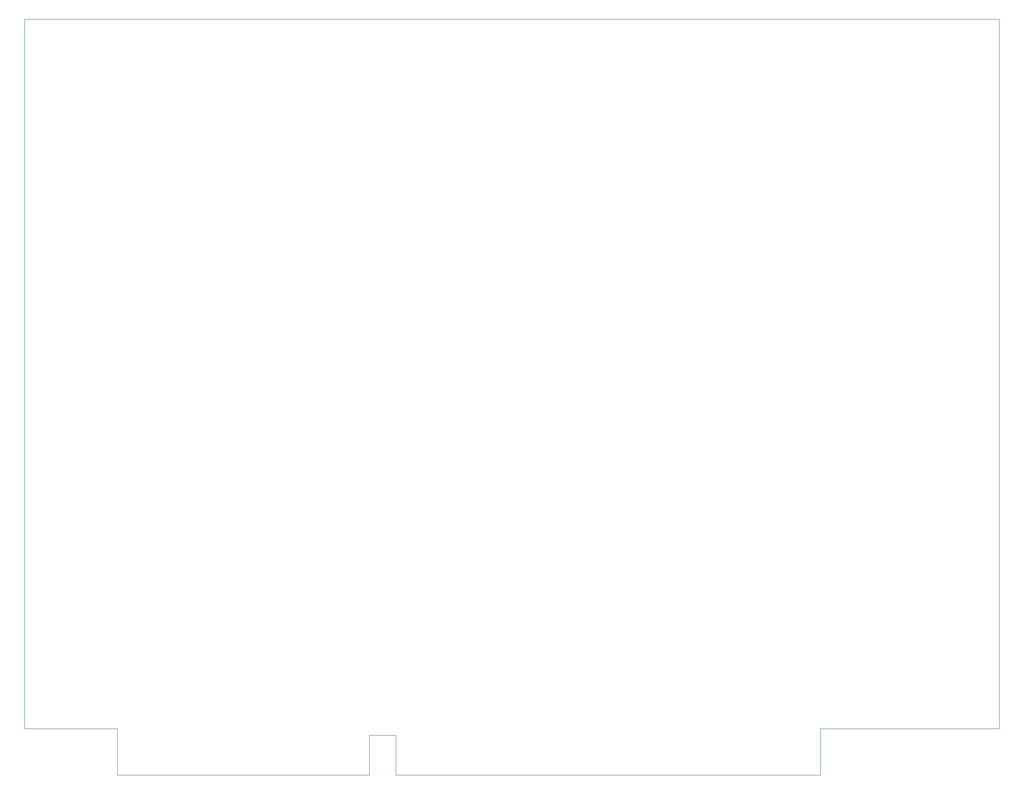
<source format=gbr>
%TF.GenerationSoftware,KiCad,Pcbnew,5.1.6-c6e7f7d~86~ubuntu18.04.1*%
%TF.CreationDate,2020-11-16T08:09:17+08:00*%
%TF.ProjectId,68k_dev,36386b5f-6465-4762-9e6b-696361645f70,rev?*%
%TF.SameCoordinates,Original*%
%TF.FileFunction,Profile,NP*%
%FSLAX46Y46*%
G04 Gerber Fmt 4.6, Leading zero omitted, Abs format (unit mm)*
G04 Created by KiCad (PCBNEW 5.1.6-c6e7f7d~86~ubuntu18.04.1) date 2020-11-16 08:09:17*
%MOMM*%
%LPD*%
G01*
G04 APERTURE LIST*
%TA.AperFunction,Profile*%
%ADD10C,0.050000*%
%TD*%
G04 APERTURE END LIST*
D10*
X34290000Y-149860000D02*
X16510000Y-149860000D01*
X34290000Y-158750000D02*
X34290000Y-149860000D01*
X82550000Y-158750000D02*
X34290000Y-158750000D01*
X82550000Y-151130000D02*
X82550000Y-158750000D01*
X87630000Y-151130000D02*
X82550000Y-151130000D01*
X87630000Y-158750000D02*
X87630000Y-151130000D01*
X168910000Y-158750000D02*
X87630000Y-158750000D01*
X168910000Y-149860000D02*
X168910000Y-158750000D01*
X170180000Y-149860000D02*
X168910000Y-149860000D01*
X16510000Y-13970000D02*
X16510000Y-149860000D01*
X203200000Y-13970000D02*
X16510000Y-13970000D01*
X203200000Y-149860000D02*
X203200000Y-13970000D01*
X170180000Y-149860000D02*
X203200000Y-149860000D01*
M02*

</source>
